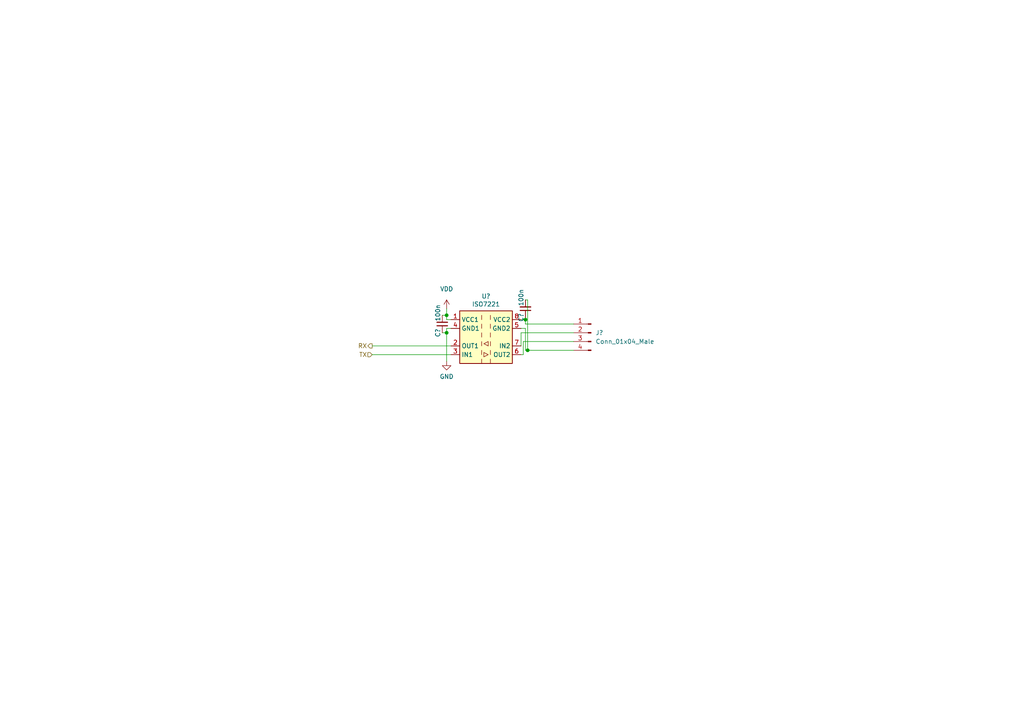
<source format=kicad_sch>
(kicad_sch (version 20211123) (generator eeschema)
  (paper "A4")
  (lib_symbols
    (symbol "Connector:Conn_01x04_Male" (pin_names (offset 1.016) hide)
      (property "Reference" "J" (at 0 5.08 0))
      (property "Value" "Conn_01x04_Male" (at 0 -7.62 0))
      (symbol "Conn_01x04_Male_1_1"
        (polyline (pts (xy 1.27 -5.08) (xy 0.8636 -5.08)) (stroke (width 0.1524)))
        (polyline (pts (xy 1.27 -2.54) (xy 0.8636 -2.54)) (stroke (width 0.1524)))
        (polyline (pts (xy 1.27 0) (xy 0.8636 0)) (stroke (width 0.1524)))
        (polyline (pts (xy 1.27 2.54) (xy 0.8636 2.54)) (stroke (width 0.1524)))
        (rectangle (start 0.8636 -4.953) (end 0 -5.207) (stroke (width 0.1524)) (fill (type outline)))
        (rectangle (start 0.8636 -2.413) (end 0 -2.667) (stroke (width 0.1524)) (fill (type outline)))
        (rectangle (start 0.8636 0.127) (end 0 -0.127) (stroke (width 0.1524)) (fill (type outline)))
        (rectangle (start 0.8636 2.667) (end 0 2.413) (stroke (width 0.1524)) (fill (type outline)))
        (pin passive line (at 5.08 2.54 180) (length 3.81) (name "Pin_1") (number "1"))
        (pin passive line (at 5.08 0 180) (length 3.81) (name "Pin_2") (number "2"))
        (pin passive line (at 5.08 -2.54 180) (length 3.81) (name "Pin_3") (number "3"))
        (pin passive line (at 5.08 -5.08 180) (length 3.81) (name "Pin_4") (number "4"))
      )
    )
    (symbol "Device:C_Small" (pin_numbers hide) (pin_names (offset 0.254) hide)
      (property "Reference" "C" (at 0.254 1.778 0))
      (property "Value" "C_Small" (at 0.254 -2.032 0))
      (symbol "C_Small_0_1"
        (polyline (pts (xy -1.524 -0.508) (xy 1.524 -0.508)) (stroke (width 0.3302)))
        (polyline (pts (xy -1.524 0.508) (xy 1.524 0.508)) (stroke (width 0.3048)))
      )
      (symbol "C_Small_1_1"
        (pin passive line (at 0 2.54 270) (length 2.032) (name "~") (number "1"))
        (pin passive line (at 0 -2.54 90) (length 2.032) (name "~") (number "2"))
      )
    )
    (symbol "LVModule-rescue:ISO7221-oe_isolation"
      (property "Reference" "U" (at 0 8.89 0))
      (property "Value" "ISO7221-oe_isolation" (at 0 11.43 0))
      (symbol "ISO7221-oe_isolation_1_1"
        (rectangle (start -7.62 7.62) (end 7.62 -7.62) (stroke (width 0.254)) (fill (type background)))
        (polyline (pts (xy -1.27 -6.35) (xy -1.27 -7.62)))
        (polyline (pts (xy -1.27 -3.81) (xy -1.27 -5.08)))
        (polyline (pts (xy -1.27 -1.27) (xy -1.27 -2.54)))
        (polyline (pts (xy -1.27 1.27) (xy -1.27 0)))
        (polyline (pts (xy -1.27 3.81) (xy -1.27 2.54)))
        (polyline (pts (xy -1.27 6.35) (xy -1.27 5.08)))
        (polyline (pts (xy 1.27 -6.35) (xy 1.27 -7.62)))
        (polyline (pts (xy 1.27 -3.81) (xy 1.27 -5.08)))
        (polyline (pts (xy 1.27 -1.27) (xy 1.27 -2.54)))
        (polyline (pts (xy 1.27 1.27) (xy 1.27 0)))
        (polyline (pts (xy 1.27 3.81) (xy 1.27 2.54)))
        (polyline (pts (xy 1.27 6.35) (xy 1.27 5.08)))
        (polyline (pts (xy -0.635 -4.445) (xy -0.635 -5.715) (xy 0.635 -5.08) (xy -0.635 -4.445)))
        (polyline (pts (xy 0.635 -2.54) (xy 0.635 -1.27) (xy -0.635 -1.905) (xy 0.635 -2.54)))
        (pin power_in line (at -10.16 5.08 0) (length 2.54) (name "VCC1") (number "1"))
        (pin output line (at -10.16 -2.54 0) (length 2.54) (name "OUT1") (number "2"))
        (pin input line (at -10.16 -5.08 0) (length 2.54) (name "IN1") (number "3"))
        (pin power_in line (at -10.16 2.54 0) (length 2.54) (name "GND1") (number "4"))
        (pin power_in line (at 10.16 2.54 180) (length 2.54) (name "GND2") (number "5"))
        (pin output line (at 10.16 -5.08 180) (length 2.54) (name "OUT2") (number "6"))
        (pin input line (at 10.16 -2.54 180) (length 2.54) (name "IN2") (number "7"))
        (pin power_in line (at 10.16 5.08 180) (length 2.54) (name "VCC2") (number "8"))
      )
    )
    (symbol "power:GND" (power) (pin_names (offset 0))
      (property "Value" "GND" (at 0 -3.81 0))
      (symbol "GND_0_1"
        (polyline (pts (xy 0 0) (xy 0 -1.27) (xy 1.27 -1.27) (xy 0 -2.54) (xy -1.27 -1.27) (xy 0 -1.27)))
      )
      (symbol "GND_1_1"
        (pin power_in line (at 0 0 270) (length 0) hide (name "GND") (number "1"))
      )
    )
    (symbol "power:VDD" (power) (pin_names (offset 0))
      (property "Value" "VDD" (at 0 3.81 0))
      (symbol "VDD_0_1"
        (polyline (pts (xy -0.762 1.27) (xy 0 2.54)))
        (polyline (pts (xy 0 0) (xy 0 2.54)))
        (polyline (pts (xy 0 2.54) (xy 0.762 1.27)))
      )
      (symbol "VDD_1_1"
        (pin power_in line (at 0 0 90) (length 0) hide (name "VDD") (number "1"))
      )
    )
  )
  (junction (at 129.54 91.44))
  (junction (at 129.54 96.52))
  (junction (at 153.035 101.6))
  (junction (at 152.4 92.71))
  (wire (pts (xy 151.765 102.87) (xy 151.765 99.06)))
  (wire (pts (xy 151.765 99.06) (xy 166.37 99.06)))
  (wire (pts (xy 129.54 91.44) (xy 128.27 91.44)))
  (wire (pts (xy 151.13 96.52) (xy 151.13 100.33)))
  (wire (pts (xy 129.54 95.25) (xy 129.54 96.52)))
  (wire (pts (xy 129.54 89.535) (xy 129.54 91.44)))
  (wire (pts (xy 129.54 92.71) (xy 129.54 91.44)))
  (wire (pts (xy 151.13 102.87) (xy 151.765 102.87)))
  (wire (pts (xy 166.37 93.98) (xy 152.4 93.98)))
  (wire (pts (xy 129.54 96.52) (xy 128.27 96.52)))
  (wire (pts (xy 152.4 92.075) (xy 152.4 92.71)))
  (wire (pts (xy 153.035 86.995) (xy 152.4 86.995)))
  (wire (pts (xy 153.035 101.6) (xy 152.4 101.6)))
  (wire (pts (xy 153.035 86.995) (xy 153.035 101.6)))
  (wire (pts (xy 130.81 92.71) (xy 129.54 92.71)))
  (wire (pts (xy 152.4 92.71) (xy 151.13 92.71)))
  (wire (pts (xy 166.37 101.6) (xy 153.035 101.6)))
  (wire (pts (xy 130.81 102.87) (xy 107.95 102.87)))
  (wire (pts (xy 129.54 96.52) (xy 129.54 104.775)))
  (wire (pts (xy 151.13 96.52) (xy 166.37 96.52)))
  (wire (pts (xy 152.4 101.6) (xy 152.4 95.25)))
  (wire (pts (xy 130.81 100.33) (xy 107.95 100.33)))
  (wire (pts (xy 152.4 95.25) (xy 151.13 95.25)))
  (wire (pts (xy 152.4 93.98) (xy 152.4 92.71)))
  (wire (pts (xy 130.81 95.25) (xy 129.54 95.25)))
  (hierarchical_label "RX" (shape output) (at 107.95 100.33 180))
  (hierarchical_label "TX" (shape input) (at 107.95 102.87 180))
  (symbol (lib_id "Device:C_Small") (at 128.27 93.98 180) (unit 1)
    (property "Reference" "C?" (at 127 95.25 90) (effects (justify left)))
    (property "Value" "100n" (at 127 88.265 90) (effects (justify left)))
    (property "Footprint" "Capacitor_SMD:C_0603_1608Metric_Pad1.08x0.95mm_HandSolder" (effects hide))
    (property "Link" "https://ozdisan.com/passive-components/capacitors/smt-smd-and-mlcc-capacitors/CL10B104KB8NNNC" (effects hide))
    (property "Price" "0.00448" (effects hide))
  )
  (symbol (lib_id "Connector:Conn_01x04_Male") (at 171.45 96.52 0) (mirror y) (unit 1)
    (property "Reference" "J?" (at 172.72 96.5199 0) (effects (justify right)))
    (property "Value" "Conn_01x04_Male" (at 172.72 99.0599 0) (effects (justify right)))
  )
  (symbol (lib_id "power:GND") (at 129.54 104.775 0) (unit 1)
    (property "Reference" "#PWR?" (effects hide))
    (property "Value" "GND" (at 129.54 109.22 0))
  )
  (symbol (lib_id "power:VDD") (at 129.54 89.535 0) (unit 1)
    (property "Reference" "#PWR?" (effects hide))
    (property "Value" "VDD" (at 129.54 83.82 0))
  )
  (symbol (lib_id "LVModule-rescue:ISO7221-oe_isolation") (at 140.97 97.79 0) (unit 1)
    (property "Reference" "U?" (at 140.97 85.9282 0))
    (property "Value" "ISO7221" (at 140.97 88.2396 0))
    (property "Footprint" "Package_SO:SOIC-8_3.9x4.9mm_P1.27mm" (effects hide))
    (property "Link" "https://ozdisan.com/integrated-circuits-ics/interfaces-and-peripherals-ics/digital-isolators/ISO7221ADR" (effects hide))
    (property "Price" "4.9247" (effects hide))
  )
  (symbol (lib_id "Device:C_Small") (at 152.4 89.535 180) (unit 1)
    (property "Reference" "C?" (at 151.13 90.805 90) (effects (justify left)))
    (property "Value" "100n" (at 151.13 83.82 90) (effects (justify left)))
    (property "Footprint" "Capacitor_SMD:C_0603_1608Metric_Pad1.08x0.95mm_HandSolder" (effects hide))
    (property "Link" "https://ozdisan.com/passive-components/capacitors/smt-smd-and-mlcc-capacitors/CL10B104KB8NNNC" (effects hide))
    (property "Price" "0.00448" (effects hide))
  )
)
</source>
